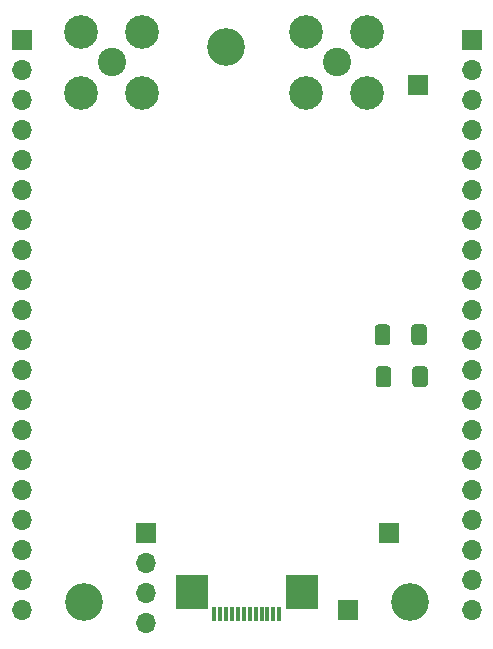
<source format=gbr>
%TF.GenerationSoftware,KiCad,Pcbnew,(5.1.9)-1*%
%TF.CreationDate,2021-08-30T10:52:12+01:00*%
%TF.ProjectId,projecto1,70726f6a-6563-4746-9f31-2e6b69636164,1.5*%
%TF.SameCoordinates,Original*%
%TF.FileFunction,Soldermask,Top*%
%TF.FilePolarity,Negative*%
%FSLAX46Y46*%
G04 Gerber Fmt 4.6, Leading zero omitted, Abs format (unit mm)*
G04 Created by KiCad (PCBNEW (5.1.9)-1) date 2021-08-30 10:52:12*
%MOMM*%
%LPD*%
G01*
G04 APERTURE LIST*
%ADD10R,1.700000X1.700000*%
%ADD11R,2.700000X3.000000*%
%ADD12R,0.300000X1.200000*%
%ADD13O,1.700000X1.700000*%
%ADD14C,3.200000*%
%ADD15C,2.400000*%
%ADD16C,2.850000*%
G04 APERTURE END LIST*
D10*
%TO.C,J4*%
X59055000Y-70358000D03*
%TD*%
D11*
%TO.C,J2*%
X42310000Y-75297000D03*
X51670000Y-75297000D03*
D12*
X44240000Y-77157000D03*
X44740000Y-77157000D03*
X45240000Y-77157000D03*
X45740000Y-77157000D03*
X46240000Y-77157000D03*
X46740000Y-77157000D03*
X47240000Y-77157000D03*
X47740000Y-77157000D03*
X48240000Y-77157000D03*
X48740000Y-77157000D03*
X49240000Y-77157000D03*
X49740000Y-77157000D03*
%TD*%
D13*
%TO.C,J8*%
X38481000Y-77978000D03*
X38481000Y-75438000D03*
X38481000Y-72898000D03*
D10*
X38481000Y-70358000D03*
%TD*%
%TO.C,R5*%
G36*
G01*
X61008500Y-57711500D02*
X61008500Y-56461500D01*
G75*
G02*
X61258500Y-56211500I250000J0D01*
G01*
X62058500Y-56211500D01*
G75*
G02*
X62308500Y-56461500I0J-250000D01*
G01*
X62308500Y-57711500D01*
G75*
G02*
X62058500Y-57961500I-250000J0D01*
G01*
X61258500Y-57961500D01*
G75*
G02*
X61008500Y-57711500I0J250000D01*
G01*
G37*
G36*
G01*
X57908500Y-57711500D02*
X57908500Y-56461500D01*
G75*
G02*
X58158500Y-56211500I250000J0D01*
G01*
X58958500Y-56211500D01*
G75*
G02*
X59208500Y-56461500I0J-250000D01*
G01*
X59208500Y-57711500D01*
G75*
G02*
X58958500Y-57961500I-250000J0D01*
G01*
X58158500Y-57961500D01*
G75*
G02*
X57908500Y-57711500I0J250000D01*
G01*
G37*
%TD*%
%TO.C,R4*%
G36*
G01*
X60933500Y-54155500D02*
X60933500Y-52905500D01*
G75*
G02*
X61183500Y-52655500I250000J0D01*
G01*
X61983500Y-52655500D01*
G75*
G02*
X62233500Y-52905500I0J-250000D01*
G01*
X62233500Y-54155500D01*
G75*
G02*
X61983500Y-54405500I-250000J0D01*
G01*
X61183500Y-54405500D01*
G75*
G02*
X60933500Y-54155500I0J250000D01*
G01*
G37*
G36*
G01*
X57833500Y-54155500D02*
X57833500Y-52905500D01*
G75*
G02*
X58083500Y-52655500I250000J0D01*
G01*
X58883500Y-52655500D01*
G75*
G02*
X59133500Y-52905500I0J-250000D01*
G01*
X59133500Y-54155500D01*
G75*
G02*
X58883500Y-54405500I-250000J0D01*
G01*
X58083500Y-54405500D01*
G75*
G02*
X57833500Y-54155500I0J250000D01*
G01*
G37*
%TD*%
D14*
%TO.C,REF\u002A\u002A*%
X45212000Y-29210000D03*
%TD*%
%TO.C,REF\u002A\u002A*%
X33210500Y-76200000D03*
%TD*%
%TO.C,REF\u002A\u002A*%
X60833000Y-76200000D03*
%TD*%
D10*
%TO.C,J5*%
X61468000Y-32385000D03*
%TD*%
%TO.C,J9*%
X55562500Y-76835000D03*
%TD*%
D15*
%TO.C,J7*%
X54610000Y-30480000D03*
D16*
X52035000Y-27905000D03*
X52035000Y-33055000D03*
X57185000Y-33055000D03*
X57185000Y-27905000D03*
%TD*%
%TO.C,J6*%
X38135000Y-27905000D03*
X38135000Y-33055000D03*
X32985000Y-33055000D03*
X32985000Y-27905000D03*
D15*
X35560000Y-30480000D03*
%TD*%
D13*
%TO.C,J3*%
X66040000Y-76835000D03*
X66040000Y-74295000D03*
X66040000Y-71755000D03*
X66040000Y-69215000D03*
X66040000Y-66675000D03*
X66040000Y-64135000D03*
X66040000Y-61595000D03*
X66040000Y-59055000D03*
X66040000Y-56515000D03*
X66040000Y-53975000D03*
X66040000Y-51435000D03*
X66040000Y-48895000D03*
X66040000Y-46355000D03*
X66040000Y-43815000D03*
X66040000Y-41275000D03*
X66040000Y-38735000D03*
X66040000Y-36195000D03*
X66040000Y-33655000D03*
X66040000Y-31115000D03*
D10*
X66040000Y-28575000D03*
%TD*%
D13*
%TO.C,J1*%
X27940000Y-76835000D03*
X27940000Y-74295000D03*
X27940000Y-71755000D03*
X27940000Y-69215000D03*
X27940000Y-66675000D03*
X27940000Y-64135000D03*
X27940000Y-61595000D03*
X27940000Y-59055000D03*
X27940000Y-56515000D03*
X27940000Y-53975000D03*
X27940000Y-51435000D03*
X27940000Y-48895000D03*
X27940000Y-46355000D03*
X27940000Y-43815000D03*
X27940000Y-41275000D03*
X27940000Y-38735000D03*
X27940000Y-36195000D03*
X27940000Y-33655000D03*
X27940000Y-31115000D03*
D10*
X27940000Y-28575000D03*
%TD*%
M02*

</source>
